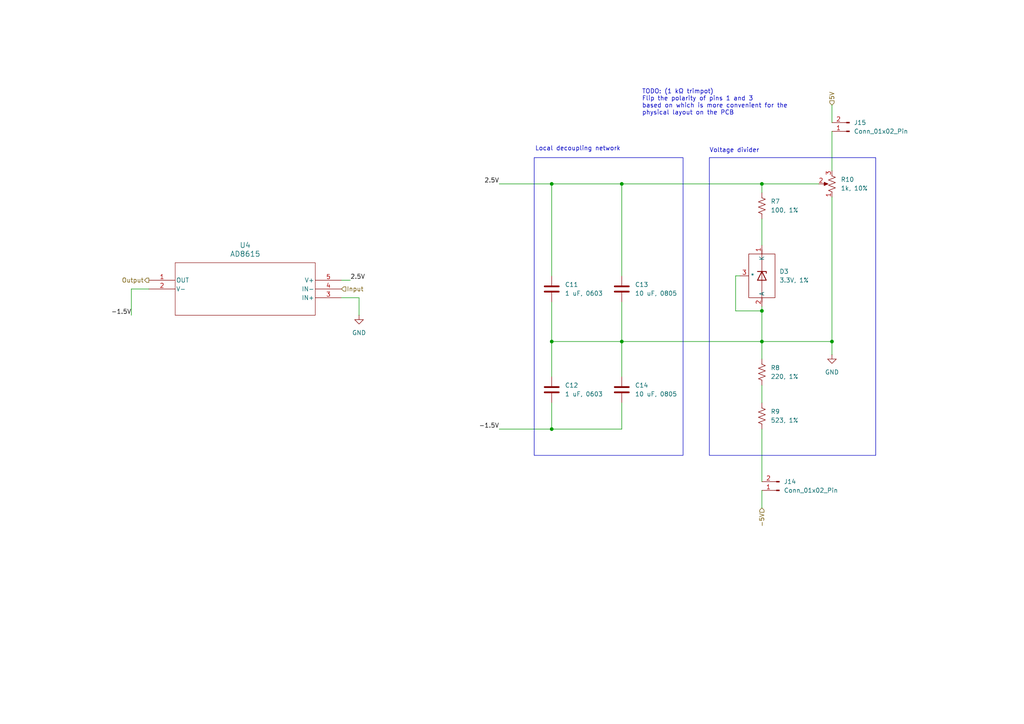
<source format=kicad_sch>
(kicad_sch (version 20250114) (generator "eeschema") (generator_version "9.0")
  (paper "A4")
  (lib_symbols
    (symbol "AD8615:AD8615AUJZ-R2" (pin_names (offset 0.254))
      (property "Reference" "U" (at 27.94 10.16 0))
      (property "Value" "AD8615AUJZ-R2" (at 27.94 7.62 0))
      (symbol "AD8615AUJZ-R2_0_1"
        (polyline (pts (xy 7.62 5.08) (xy 7.62 -10.16)) (stroke (width 0.127)))
        (polyline (pts (xy 7.62 -10.16) (xy 48.26 -10.16)) (stroke (width 0.127)))
        (polyline (pts (xy 48.26 5.08) (xy 7.62 5.08)) (stroke (width 0.127)))
        (polyline (pts (xy 48.26 -10.16) (xy 48.26 5.08)) (stroke (width 0.127)))
        (pin output line (at 0 0 0) (length 7.62) (name "OUT") (number "1"))
        (pin power_in line (at 0 -2.54 0) (length 7.62) (name "V-") (number "2"))
        (pin power_in line (at 55.88 0 180) (length 7.62) (name "V+") (number "5"))
        (pin input line (at 55.88 -2.54 180) (length 7.62) (name "IN-") (number "4"))
        (pin input line (at 55.88 -5.08 180) (length 7.62) (name "IN+") (number "3"))
      )
    )
    (symbol "Connector:Conn_01x02_Pin" (pin_names (offset 1.016) (hide yes))
      (property "Reference" "J" (at 0 2.54 0))
      (property "Value" "Conn_01x02_Pin" (at 0 -5.08 0))
      (symbol "Conn_01x02_Pin_1_1"
        (rectangle (start 0.8636 0.127) (end 0 -0.127) (stroke (width 0.1524)) (fill (type outline)))
        (rectangle (start 0.8636 -2.413) (end 0 -2.667) (stroke (width 0.1524)) (fill (type outline)))
        (polyline (pts (xy 1.27 0) (xy 0.8636 0)) (stroke (width 0.1524)))
        (polyline (pts (xy 1.27 -2.54) (xy 0.8636 -2.54)) (stroke (width 0.1524)))
        (pin passive line (at 5.08 0 180) (length 3.81) (name "Pin_1") (number "1"))
        (pin passive line (at 5.08 -2.54 180) (length 3.81) (name "Pin_2") (number "2"))
      )
    )
    (symbol "Custom:D_Zener"
      (property "Reference" "D" (at 5.08 1.27 0))
      (property "Value" "D_Zener" (at 5.08 -1.27 0))
      (symbol "D_Zener_0_1"
        (rectangle (start -3.81 6.35) (end 3.81 -6.35))
        (polyline (pts (xy -1.27 1.27) (xy 1.27 1.27) (xy 1.27 0.762)) (stroke (width 0.254)))
        (polyline (pts (xy -1.27 -1.27) (xy 1.27 -1.27) (xy 0 1.27) (xy -1.27 -1.27)) (stroke (width 0.254)))
        (polyline (pts (xy 0 1.27) (xy 0 7.62)))
        (polyline (pts (xy 0 -1.27) (xy 0 1.27)))
        (polyline (pts (xy 0 -1.27) (xy 0 -7.62)))
      )
      (symbol "D_Zener_1_1"
        (pin passive line (at -6.35 0 0) (length 2.54) (name "*") (number "3"))
        (pin passive line (at 0 8.89 270) (length 2.54) (name "K") (number "1"))
        (pin passive line (at 0 -8.89 90) (length 2.54) (name "A") (number "2"))
      )
    )
    (symbol "Device:C" (pin_numbers (hide yes)) (pin_names (offset 0.254))
      (property "Reference" "C" (at 0.635 2.54 0))
      (property "Value" "C" (at 0.635 -2.54 0))
      (symbol "C_0_1"
        (polyline (pts (xy -2.032 0.762) (xy 2.032 0.762)) (stroke (width 0.508)))
        (polyline (pts (xy -2.032 -0.762) (xy 2.032 -0.762)) (stroke (width 0.508)))
      )
      (symbol "C_1_1"
        (pin passive line (at 0 3.81 270) (length 2.794) (name "~") (number "1"))
        (pin passive line (at 0 -3.81 90) (length 2.794) (name "~") (number "2"))
      )
    )
    (symbol "Device:R_Potentiometer_US" (pin_names (offset 1.016) (hide yes))
      (property "Reference" "RV" (at -4.445 0 90))
      (property "Value" "R_Potentiometer_US" (at -2.54 0 90))
      (symbol "R_Potentiometer_US_0_1"
        (polyline (pts (xy 0 2.54) (xy 0 2.286)))
        (polyline (pts (xy 0 2.286) (xy 1.016 1.905) (xy 0 1.524) (xy -1.016 1.143) (xy 0 0.762)))
        (polyline (pts (xy 0 0.762) (xy 1.016 0.381) (xy 0 0) (xy -1.016 -0.381) (xy 0 -0.762)))
        (polyline (pts (xy 0 -0.762) (xy 1.016 -1.143) (xy 0 -1.524) (xy -1.016 -1.905) (xy 0 -2.286)))
        (polyline (pts (xy 0 -2.286) (xy 0 -2.54)))
        (polyline (pts (xy 1.143 0) (xy 2.286 0.508) (xy 2.286 -0.508) (xy 1.143 0)) (fill (type outline)))
        (polyline (pts (xy 2.54 0) (xy 1.524 0)))
      )
      (symbol "R_Potentiometer_US_1_1"
        (pin passive line (at 0 3.81 270) (length 1.27) (name "1") (number "1"))
        (pin passive line (at 0 -3.81 90) (length 1.27) (name "3") (number "3"))
        (pin passive line (at 3.81 0 180) (length 1.27) (name "2") (number "2"))
      )
    )
    (symbol "Device:R_US" (pin_numbers (hide yes)) (pin_names (offset 0))
      (property "Reference" "R" (at 2.54 0 90))
      (property "Value" "R_US" (at -2.54 0 90))
      (symbol "R_US_0_1"
        (polyline (pts (xy 0 2.286) (xy 0 2.54)))
        (polyline (pts (xy 0 2.286) (xy 1.016 1.905) (xy 0 1.524) (xy -1.016 1.143) (xy 0 0.762)))
        (polyline (pts (xy 0 0.762) (xy 1.016 0.381) (xy 0 0) (xy -1.016 -0.381) (xy 0 -0.762)))
        (polyline (pts (xy 0 -0.762) (xy 1.016 -1.143) (xy 0 -1.524) (xy -1.016 -1.905) (xy 0 -2.286)))
        (polyline (pts (xy 0 -2.286) (xy 0 -2.54)))
      )
      (symbol "R_US_1_1"
        (pin passive line (at 0 3.81 270) (length 1.27) (name "~") (number "1"))
        (pin passive line (at 0 -3.81 90) (length 1.27) (name "~") (number "2"))
      )
    )
    (symbol "power:GND" (power) (pin_numbers (hide yes)) (pin_names (offset 0) (hide yes))
      (property "Value" "GND" (at 0 -3.81 0))
      (symbol "GND_0_1"
        (polyline (pts (xy 0 0) (xy 0 -1.27) (xy 1.27 -1.27) (xy 0 -2.54) (xy -1.27 -1.27) (xy 0 -1.27)))
      )
      (symbol "GND_1_1"
        (pin power_in line (at 0 0 270) (length 0) (name "~") (number "1"))
      )
    )
  )
  (rectangle (start 154.94 45.72) (end 198.12 132.08))
  (rectangle (start 205.74 45.72) (end 254 132.08))
  (text "Voltage divider" (at 205.74 43.688 0) (effects (font (size 1.27 1.27)) (justify left)))
  (text "Local decoupling network" (at 155.194 43.18 0) (effects (font (size 1.27 1.27)) (justify left)))
  (text "TODO: (1 kΩ trimpot)\nFlip the polarity of pins 1 and 3\nbased on which is more convenient for the\nphysical layout on the PCB" (at 186.182 25.908 0) (effects (font (size 1.27 1.27)) (justify left top)))
  (junction (at 160.02 53.34))
  (junction (at 220.98 90.17))
  (junction (at 160.02 124.46))
  (junction (at 220.98 53.34))
  (junction (at 180.34 99.06))
  (junction (at 241.3 99.06))
  (junction (at 180.34 53.34))
  (junction (at 220.98 99.06))
  (junction (at 160.02 99.06))
  (wire (pts (xy 38.1 83.82) (xy 43.18 83.82)))
  (wire (pts (xy 104.14 86.36) (xy 104.14 91.44)))
  (wire (pts (xy 160.02 116.84) (xy 160.02 124.46)))
  (wire (pts (xy 180.34 99.06) (xy 180.34 109.22)))
  (wire (pts (xy 160.02 124.46) (xy 180.34 124.46)))
  (wire (pts (xy 220.98 142.24) (xy 220.98 147.32)))
  (wire (pts (xy 160.02 99.06) (xy 160.02 109.22)))
  (wire (pts (xy 220.98 111.76) (xy 220.98 116.84)))
  (wire (pts (xy 160.02 87.63) (xy 160.02 99.06)))
  (wire (pts (xy 241.3 30.48) (xy 241.3 35.56)))
  (wire (pts (xy 241.3 57.15) (xy 241.3 99.06)))
  (wire (pts (xy 220.98 99.06) (xy 220.98 104.14)))
  (wire (pts (xy 99.06 86.36) (xy 104.14 86.36)))
  (wire (pts (xy 180.34 53.34) (xy 220.98 53.34)))
  (wire (pts (xy 180.34 53.34) (xy 180.34 80.01)))
  (wire (pts (xy 241.3 99.06) (xy 241.3 102.87)))
  (wire (pts (xy 99.06 81.28) (xy 101.6 81.28)))
  (wire (pts (xy 180.34 99.06) (xy 220.98 99.06)))
  (wire (pts (xy 214.63 80.01) (xy 213.36 80.01)))
  (wire (pts (xy 220.98 63.5) (xy 220.98 71.12)))
  (wire (pts (xy 220.98 88.9) (xy 220.98 90.17)))
  (wire (pts (xy 213.36 80.01) (xy 213.36 90.17)))
  (wire (pts (xy 220.98 90.17) (xy 220.98 99.06)))
  (wire (pts (xy 241.3 38.1) (xy 241.3 49.53)))
  (wire (pts (xy 220.98 124.46) (xy 220.98 139.7)))
  (wire (pts (xy 213.36 90.17) (xy 220.98 90.17)))
  (wire (pts (xy 180.34 87.63) (xy 180.34 99.06)))
  (wire (pts (xy 160.02 53.34) (xy 180.34 53.34)))
  (wire (pts (xy 180.34 116.84) (xy 180.34 124.46)))
  (wire (pts (xy 144.78 124.46) (xy 160.02 124.46)))
  (wire (pts (xy 144.78 53.34) (xy 160.02 53.34)))
  (wire (pts (xy 38.1 91.44) (xy 38.1 83.82)))
  (wire (pts (xy 220.98 53.34) (xy 237.49 53.34)))
  (wire (pts (xy 220.98 53.34) (xy 220.98 55.88)))
  (wire (pts (xy 220.98 99.06) (xy 241.3 99.06)))
  (wire (pts (xy 160.02 99.06) (xy 180.34 99.06)))
  (wire (pts (xy 160.02 53.34) (xy 160.02 80.01)))
  (label "-1.5V" (at 144.78 124.46 180))
  (label "-1.5V" (at 38.1 91.44 180))
  (label "2.5V" (at 144.78 53.34 180))
  (label "2.5V" (at 101.6 81.28 0))
  (hierarchical_label "5V" (shape input) (at 241.3 30.48 90))
  (hierarchical_label "-5V" (shape input) (at 220.98 147.32 270))
  (hierarchical_label "Output" (shape output) (at 43.18 81.28 180))
  (hierarchical_label "Input" (shape input) (at 99.06 83.82 0))
  (symbol (lib_id "Device:R_US") (at 220.98 59.69 0) (unit 1)
    (property "Reference" "R7" (at 223.52 58.4199 0) (effects (justify left)))
    (property "Value" "100, 1%" (at 223.52 60.9599 0) (effects (justify left)))
    (property "Description" "Resistor, US symbol" (effects (hide yes)))
    (property "Purchase Link" "https://www.digikey.com/en/products/detail/vishay-dale/CRCW0603100RFKEA/1174554" (effects (hide yes)))
  )
  (symbol (lib_id "Custom:D_Zener") (at 220.98 80.01 0) (unit 1)
    (property "Reference" "D3" (at 226.06 78.7399 0) (effects (justify left)))
    (property "Value" "3.3V, 1%" (at 226.06 81.2799 0) (effects (justify left)))
    (property "Purchase Link" "https://www.digikey.com/en/products/detail/diodes-incorporated/LM4040D33FTA/10295608" (effects (hide yes)))
  )
  (symbol (lib_id "Device:R_Potentiometer_US") (at 241.3 53.34 180) (unit 1)
    (property "Reference" "R10" (at 243.84 52.0699 0) (effects (justify right)))
    (property "Value" "1k, 10%" (at 243.84 54.6099 0) (effects (justify right)))
    (property "Description" "Potentiometer, US symbol" (effects (hide yes)))
    (property "Purchase Link" "https://www.digikey.com/en/products/detail/bourns-inc/3296Y-1-102LF/1088084" (effects (hide yes)))
  )
  (symbol (lib_id "Device:R_US") (at 220.98 107.95 0) (unit 1)
    (property "Reference" "R8" (at 223.52 106.6799 0) (effects (justify left)))
    (property "Value" "220, 1%" (at 223.52 109.2199 0) (effects (justify left)))
    (property "Description" "Resistor, US symbol" (effects (hide yes)))
    (property "Purchase Link" "https://www.digikey.com/en/products/detail/vishay-dale/CRCW0603220RFKEA/1174590" (effects (hide yes)))
  )
  (symbol (lib_id "Device:C") (at 160.02 83.82 0) (unit 1)
    (property "Reference" "C11" (at 163.83 82.5499 0) (effects (justify left)))
    (property "Value" "1 uF, 0603" (at 163.83 85.0899 0) (effects (justify left)))
    (property "Description" "Unpolarized capacitor" (effects (hide yes)))
    (property "Purchase Link" "https://www.digikey.com/en/products/detail/murata-electronics/GRT188R61H105KE13D/5416752" (effects (hide yes)))
  )
  (symbol (lib_id "Device:C") (at 160.02 113.03 0) (unit 1)
    (property "Reference" "C12" (at 163.83 111.7599 0) (effects (justify left)))
    (property "Value" "1 uF, 0603" (at 163.83 114.2999 0) (effects (justify left)))
    (property "Description" "Unpolarized capacitor" (effects (hide yes)))
    (property "Purchase Link" "https://www.digikey.com/en/products/detail/murata-electronics/GRT188R61H105KE13D/5416752" (effects (hide yes)))
  )
  (symbol (lib_id "power:GND") (at 241.3 102.87 0) (unit 1)
    (property "Reference" "#PWR017" (effects (hide yes)))
    (property "Value" "GND" (at 241.3 107.95 0))
    (property "Description" "Power symbol creates a global label with name \"GND\" , ground" (effects (hide yes)))
  )
  (symbol (lib_id "power:GND") (at 104.14 91.44 0) (unit 1)
    (property "Reference" "#PWR016" (effects (hide yes)))
    (property "Value" "GND" (at 104.14 96.52 0))
    (property "Description" "Power symbol creates a global label with name \"GND\" , ground" (effects (hide yes)))
  )
  (symbol (lib_id "Device:C") (at 180.34 83.82 0) (unit 1)
    (property "Reference" "C13" (at 184.15 82.5499 0) (effects (justify left)))
    (property "Value" "10 uF, 0805" (at 184.15 85.0899 0) (effects (justify left)))
    (property "Description" "Unpolarized capacitor" (effects (hide yes)))
    (property "Purchase Link" "https://www.digikey.com/en/products/detail/murata-electronics/GRM21BR61E106KA73K/4905532" (effects (hide yes)))
  )
  (symbol (lib_id "Connector:Conn_01x02_Pin") (at 246.38 38.1 180) (unit 1)
    (property "Reference" "J15" (at 247.65 35.5599 0) (effects (justify right)))
    (property "Value" "Conn_01x02_Pin" (at 247.65 38.0999 0) (effects (justify right)))
    (property "Description" "Generic connector, single row, 01x02, script generated" (effects (hide yes)))
    (property "Purchase Link" "https://www.digikey.com/en/products/detail/sullins-connector-solutions/QPC02SXGN-RC/2618262" (effects (hide yes)))
  )
  (symbol (lib_id "Device:R_US") (at 220.98 120.65 0) (unit 1)
    (property "Reference" "R9" (at 223.52 119.3799 0) (effects (justify left)))
    (property "Value" "523, 1%" (at 223.52 121.9199 0) (effects (justify left)))
    (property "Description" "Resistor, US symbol" (effects (hide yes)))
    (property "Purchase Link" "https://www.digikey.com/en/products/detail/vishay-dale/CRCW0603523RFKEA/1174636" (effects (hide yes)))
  )
  (symbol (lib_id "Connector:Conn_01x02_Pin") (at 226.06 142.24 180) (unit 1)
    (property "Reference" "J14" (at 227.33 139.6999 0) (effects (justify right)))
    (property "Value" "Conn_01x02_Pin" (at 227.33 142.2399 0) (effects (justify right)))
    (property "Description" "Generic connector, single row, 01x02, script generated" (effects (hide yes)))
    (property "Purchase Link" "https://www.digikey.com/en/products/detail/sullins-connector-solutions/QPC02SXGN-RC/2618262" (effects (hide yes)))
  )
  (symbol (lib_id "Device:C") (at 180.34 113.03 0) (unit 1)
    (property "Reference" "C14" (at 184.15 111.7599 0) (effects (justify left)))
    (property "Value" "10 uF, 0805" (at 184.15 114.2999 0) (effects (justify left)))
    (property "Description" "Unpolarized capacitor" (effects (hide yes)))
    (property "Purchase Link" "https://www.digikey.com/en/products/detail/murata-electronics/GRM21BR61E106KA73K/4905532" (effects (hide yes)))
  )
  (symbol (lib_id "AD8615:AD8615AUJZ-R2") (at 43.18 81.28 0) (unit 1)
    (property "Reference" "U4" (at 71.12 71.12 0) (effects (font (size 1.524 1.524))))
    (property "Value" "AD8615" (at 71.12 73.66 0) (effects (font (size 1.524 1.524))))
    (property "Datasheet" "https://www.analog.com/media/en/technical-documentation/data-sheets/AD8615_8616_8618.pdf" (effects (hide yes)))
    (property "Purchase Link" "https://www.digikey.com/en/products/detail/analog-devices-inc/AD8615AUJZ-REEL7/951437" (effects (hide yes)))
  )
)
</source>
